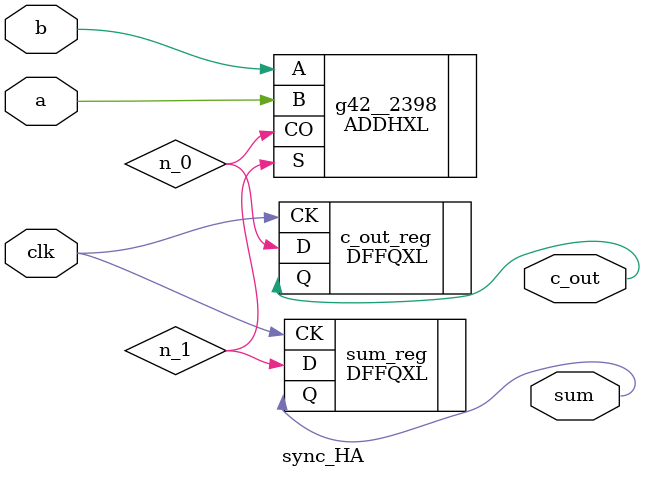
<source format=v>


// Verification Directory fv/sync_HA 

module sync_HA(a, b, clk, sum, c_out);
  input a, b, clk;
  output sum, c_out;
  wire a, b, clk;
  wire sum, c_out;
  wire n_0, n_1;
  DFFQXL sum_reg(.CK (clk), .D (n_1), .Q (sum));
  DFFQXL c_out_reg(.CK (clk), .D (n_0), .Q (c_out));
  ADDHXL g42__2398(.A (b), .B (a), .CO (n_0), .S (n_1));
endmodule


</source>
